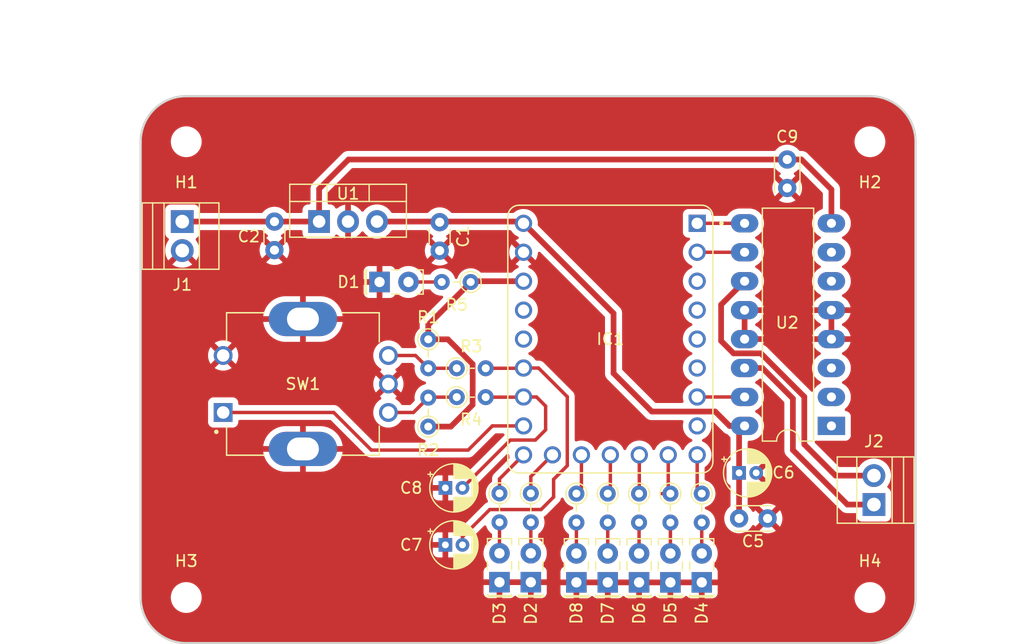
<source format=kicad_pcb>
(kicad_pcb (version 20240108) (generator "pcbnew") (generator_version "8.0")
  (layers (0 "F.Cu" signal) (31 "B.Cu" power) (34 "B.Paste" user) (35 "F.Paste" user) (36 "B.SilkS" user "B.Silkscreen") (37 "F.SilkS" user "F.Silkscreen") (38 "B.Mask" user) (39 "F.Mask" user) (44 "Edge.Cuts" user))
  (net 0 "")
  (net 1 "+5V")
  (net 2 "GND")
  (net 3 "+12V")
  (net 4 "LEFTpin")
  (net 5 "S1")
  (net 6 "S2")
  (net 7 "Apin")
  (net 8 "MpinPWM")
  (net 9 "S5")
  (net 10 "S4")
  (net 12 "MpinA")
  (net 13 "SW")
  (net 14 "S3")
  (net 15 "RIGHTpin")
  (net 17 "MpinB")
  (net 18 "Bpin")
  (net 19 "+3.3V")
  (net 21 "Net-(J2-Pin_1)")
  (net 22 "Net-(J2-Pin_2)")
  (net 23 "Net-(D1-A)")
  (net 24 "Net-(R1-Pad2)")
  (net 25 "Net-(R2-Pad2)")
  (net 26 "Net-(D2-A)")
  (net 27 "Net-(D3-A)")
  (net 28 "Net-(D4-A)")
  (net 29 "Net-(D5-A)")
  (net 30 "Net-(D6-A)")
  (net 31 "Net-(D7-A)")
  (net 32 "Net-(D8-A)")
  (footprint "Package_TO_SOT_THT:TO-220-3_Vertical" (layer "F.Cu") (at 131.92 79.945)
    (property "Reference" "U1" (at 2.54 -2.445 0) (layer "F.SilkS"))
    (property "Value" "LM7805_TO220")
    (pad "1" thru_hole rect (at 0 0) (size 1.905 2) (drill 1.1) (layers "*.Cu" "*.Mask") (net 3 "+12V"))
    (pad "2" thru_hole oval (at 2.54 0) (size 1.905 2) (drill 1.1) (layers "*.Cu" "*.Mask") (net 2 "GND"))
    (pad "3" thru_hole oval (at 5.08 0) (size 1.905 2) (drill 1.1) (layers "*.Cu" "*.Mask") (net 1 "+5V"))
  )
  (footprint "Resistor_THT:R_Axial_DIN0204_L3.6mm_D1.6mm_P2.54mm_Vertical" (layer "F.Cu") (at 165.5 103.82 -90)
    (property "Reference" "R8" (hide yes))
    (property "Value" "1K")
    (pad "1" thru_hole circle (at 0 0 270) (size 1.4 1.4) (drill 0.7) (layers "*.Cu" "*.Mask") (net 5 "S1"))
    (pad "2" thru_hole oval (at 2.54 0 270) (size 1.4 1.4) (drill 0.7) (layers "*.Cu" "*.Mask") (net 28 "Net-(D4-A)"))
  )
  (footprint "Resistor_THT:R_Axial_DIN0204_L3.6mm_D1.6mm_P2.54mm_Vertical" (layer "F.Cu") (at 141.5 90.28 -90)
    (property "Reference" "R1" (at -1.94 0 180) (layer "F.SilkS"))
    (property "Value" "10K")
    (pad "1" thru_hole circle (at 0 0 270) (size 1.4 1.4) (drill 0.7) (layers "*.Cu" "*.Mask") (net 19 "+3.3V"))
    (pad "2" thru_hole oval (at 2.54 0 270) (size 1.4 1.4) (drill 0.7) (layers "*.Cu" "*.Mask") (net 24 "Net-(R1-Pad2)"))
  )
  (footprint "Resistor_THT:R_Axial_DIN0204_L3.6mm_D1.6mm_P2.54mm_Vertical" (layer "F.Cu") (at 144 95.355)
    (property "Reference" "R4" (at 1.27 1.965 0) (layer "F.SilkS"))
    (property "Value" "10K")
    (pad "1" thru_hole circle (at 0 0) (size 1.4 1.4) (drill 0.7) (layers "*.Cu" "*.Mask") (net 25 "Net-(R2-Pad2)"))
    (pad "2" thru_hole oval (at 2.54 0) (size 1.4 1.4) (drill 0.7) (layers "*.Cu" "*.Mask") (net 7 "Apin"))
  )
  (footprint "Resistor_THT:R_Axial_DIN0204_L3.6mm_D1.6mm_P2.54mm_Vertical" (layer "F.Cu") (at 147.75 103.8 -90)
    (property "Reference" "R7" (hide yes))
    (property "Value" "1K")
    (pad "1" thru_hole circle (at 0 0 270) (size 1.4 1.4) (drill 0.7) (layers "*.Cu" "*.Mask") (net 15 "RIGHTpin"))
    (pad "2" thru_hole oval (at 2.54 0 270) (size 1.4 1.4) (drill 0.7) (layers "*.Cu" "*.Mask") (net 27 "Net-(D3-A)"))
  )
  (footprint "MountingHole:MountingHole_2.2mm_M2" (layer "F.Cu") (at 120.26 72.94)
    (property "Reference" "H1" (at 0 3.56 0) (layer "F.SilkS"))
    (property "Value" "MountingHole")
    (pad "" np_thru_hole circle (at 0 0) (size 2.2 2.2) (drill 2.2) (layers "*.Cu" "*.Mask"))
  )
  (footprint "Resistor_THT:R_Axial_DIN0204_L3.6mm_D1.6mm_P2.54mm_Vertical" (layer "F.Cu") (at 145.22 85.25 180)
    (property "Reference" "R5" (at 1.22 -2 0) (layer "F.SilkS"))
    (property "Value" "1K")
    (pad "1" thru_hole circle (at 0 0 180) (size 1.4 1.4) (drill 0.7) (layers "*.Cu" "*.Mask") (net 19 "+3.3V"))
    (pad "2" thru_hole oval (at 2.54 0 180) (size 1.4 1.4) (drill 0.7) (layers "*.Cu" "*.Mask") (net 23 "Net-(D1-A)"))
  )
  (footprint "LED_THT:LED_Rectangular_W5.0mm_H2.0mm" (layer "F.Cu") (at 157.25 111.61 90)
    (property "Reference" "D7" (at -2.725 0 90) (layer "F.SilkS"))
    (property "Value" "S4")
    (pad "1" thru_hole rect (at 0 0 90) (size 1.8 1.8) (drill 0.9) (layers "*.Cu" "*.Mask") (net 2 "GND"))
    (pad "2" thru_hole circle (at 2.54 0 90) (size 1.8 1.8) (drill 0.9) (layers "*.Cu" "*.Mask") (net 31 "Net-(D7-A)"))
  )
  (footprint "Capacitor_THT:C_Disc_D3.0mm_W2.0mm_P2.50mm" (layer "F.Cu") (at 173 74.5 -90)
    (property "Reference" "C9" (at -2 0 0) (layer "F.SilkS"))
    (property "Value" "100uf/25V")
    (pad "1" thru_hole circle (at 0 0 270) (size 1.6 1.6) (drill 0.8) (layers "*.Cu" "*.Mask") (net 3 "+12V"))
    (pad "2" thru_hole circle (at 2.5 0 270) (size 1.6 1.6) (drill 0.8) (layers "*.Cu" "*.Mask") (net 2 "GND"))
  )
  (footprint "MountingHole:MountingHole_2.2mm_M2" (layer "F.Cu") (at 120.26 112.94)
    (property "Reference" "H3" (at 0 -3.2 0) (layer "F.SilkS"))
    (property "Value" "MountingHole")
    (pad "" np_thru_hole circle (at 0 0) (size 2.2 2.2) (drill 2.2) (layers "*.Cu" "*.Mask"))
  )
  (footprint "LED_THT:LED_Rectangular_W5.0mm_H2.0mm" (layer "F.Cu") (at 162.75 111.61 90)
    (property "Reference" "D5" (at -2.71 0 90) (layer "F.SilkS"))
    (property "Value" "S2")
    (pad "1" thru_hole rect (at 0 0 90) (size 1.8 1.8) (drill 0.9) (layers "*.Cu" "*.Mask") (net 2 "GND"))
    (pad "2" thru_hole circle (at 2.54 0 90) (size 1.8 1.8) (drill 0.9) (layers "*.Cu" "*.Mask") (net 29 "Net-(D5-A)"))
  )
  (footprint "MountingHole:MountingHole_2.2mm_M2" (layer "F.Cu") (at 180.26 112.94)
    (property "Reference" "H4" (at 0 -3.2 0) (layer "F.SilkS"))
    (property "Value" "MountingHole")
    (pad "" np_thru_hole circle (at 0 0) (size 2.2 2.2) (drill 2.2) (layers "*.Cu" "*.Mask"))
  )
  (footprint "LED_THT:LED_Rectangular_W5.0mm_H2.0mm" (layer "F.Cu") (at 160 111.61 90)
    (property "Reference" "D6" (at -2.71 0 90) (layer "F.SilkS"))
    (property "Value" "S3")
    (pad "1" thru_hole rect (at 0 0 90) (size 1.8 1.8) (drill 0.9) (layers "*.Cu" "*.Mask") (net 2 "GND"))
    (pad "2" thru_hole circle (at 2.54 0 90) (size 1.8 1.8) (drill 0.9) (layers "*.Cu" "*.Mask") (net 30 "Net-(D6-A)"))
  )
  (footprint "Capacitor_THT:C_Disc_D3.0mm_W1.6mm_P2.50mm" (layer "F.Cu") (at 128 79.95 -90)
    (property "Reference" "C2" (at 1.3 2.25 180) (layer "F.SilkS"))
    (property "Value" "100uf/16V")
    (pad "1" thru_hole circle (at 0 0 270) (size 1.6 1.6) (drill 0.8) (layers "*.Cu" "*.Mask") (net 3 "+12V"))
    (pad "2" thru_hole circle (at 2.5 0 270) (size 1.6 1.6) (drill 0.8) (layers "*.Cu" "*.Mask") (net 2 "GND"))
  )
  (footprint "Capacitor_THT:C_Disc_D3.0mm_W1.6mm_P2.50mm" (layer "F.Cu") (at 142.5 80 -90)
    (property "Reference" "C1" (at 1.25 -2.05 -90) (layer "F.SilkS"))
    (property "Value" "100uf/16V")
    (pad "1" thru_hole circle (at 0 0 270) (size 1.6 1.6) (drill 0.8) (layers "*.Cu" "*.Mask") (net 1 "+5V"))
    (pad "2" thru_hole circle (at 2.5 0 270) (size 1.6 1.6) (drill 0.8) (layers "*.Cu" "*.Mask") (net 2 "GND"))
  )
  (footprint "LED_THT:LED_Rectangular_W5.0mm_H2.0mm" (layer "F.Cu") (at 150.5 111.595 90)
    (property "Reference" "D2" (at -2.75 0 90) (layer "F.SilkS"))
    (property "Value" "LEFT")
    (pad "1" thru_hole rect (at 0 0 90) (size 1.8 1.8) (drill 0.9) (layers "*.Cu" "*.Mask") (net 2 "GND"))
    (pad "2" thru_hole circle (at 2.54 0 90) (size 1.8 1.8) (drill 0.9) (layers "*.Cu" "*.Mask") (net 26 "Net-(D2-A)"))
  )
  (footprint "Resistor_THT:R_Axial_DIN0204_L3.6mm_D1.6mm_P2.54mm_Vertical" (layer "F.Cu") (at 141.5 97.94 90)
    (property "Reference" "R2" (at -2.06 0 0) (layer "F.SilkS"))
    (property "Value" "10K")
    (pad "1" thru_hole circle (at 0 0 90) (size 1.4 1.4) (drill 0.7) (layers "*.Cu" "*.Mask") (net 19 "+3.3V"))
    (pad "2" thru_hole oval (at 2.54 0 90) (size 1.4 1.4) (drill 0.7) (layers "*.Cu" "*.Mask") (net 25 "Net-(R2-Pad2)"))
  )
  (footprint "LED_THT:LED_Rectangular_W5.0mm_H2.0mm" (layer "F.Cu") (at 137.225 85.25)
    (property "Reference" "D1" (at -2.725 0 0) (layer "F.SilkS"))
    (property "Value" "PWR")
    (pad "1" thru_hole rect (at 0 0) (size 1.8 1.8) (drill 0.9) (layers "*.Cu" "*.Mask") (net 2 "GND"))
    (pad "2" thru_hole circle (at 2.54 0) (size 1.8 1.8) (drill 0.9) (layers "*.Cu" "*.Mask") (net 23 "Net-(D1-A)"))
  )
  (footprint "Capacitor_THT:CP_Radial_D4.0mm_P1.50mm" (layer "F.Cu") (at 143 103.32)
    (property "Reference" "C8" (at -3 0 0) (layer "F.SilkS"))
    (property "Value" "0.1uf")
    (pad "1" thru_hole rect (at 0 0) (size 1.2 1.2) (drill 0.6) (layers "*.Cu" "*.Mask") (net 2 "GND"))
    (pad "2" thru_hole circle (at 1.5 0) (size 1.2 1.2) (drill 0.6) (layers "*.Cu" "*.Mask") (net 7 "Apin"))
  )
  (footprint "Package_DIP:DIP-16_W7.62mm_LongPads" (layer "F.Cu") (at 176.88 97.88 180)
    (property "Reference" "U2" (at 3.88 9.06 0) (layer "F.SilkS"))
    (property "Value" "L293D")
    (pad "1" thru_hole rect (at 0 0 180) (size 2.4 1.6) (drill 0.8) (layers "*.Cu" "*.Mask"))
    (pad "2" thru_hole oval (at 0 2.54 180) (size 2.4 1.6) (drill 0.8) (layers "*.Cu" "*.Mask"))
    (pad "3" thru_hole oval (at 0 5.08 180) (size 2.4 1.6) (drill 0.8) (layers "*.Cu" "*.Mask"))
    (pad "4" thru_hole oval (at 0 7.62 180) (size 2.4 1.6) (drill 0.8) (layers "*.Cu" "*.Mask") (net 2 "GND"))
    (pad "5" thru_hole oval (at 0 10.16 180) (size 2.4 1.6) (drill 0.8) (layers "*.Cu" "*.Mask") (net 2 "GND"))
    (pad "6" thru_hole oval (at 0 12.7 180) (size 2.4 1.6) (drill 0.8) (layers "*.Cu" "*.Mask"))
    (pad "7" thru_hole oval (at 0 15.24 180) (size 2.4 1.6) (drill 0.8) (layers "*.Cu" "*.Mask"))
    (pad "8" thru_hole oval (at 0 17.78 180) (size 2.4 1.6) (drill 0.8) (layers "*.Cu" "*.Mask") (net 3 "+12V"))
    (pad "9" thru_hole oval (at 7.62 17.78 180) (size 2.4 1.6) (drill 0.8) (layers "*.Cu" "*.Mask") (net 8 "MpinPWM"))
    (pad "10" thru_hole oval (at 7.62 15.24 180) (size 2.4 1.6) (drill 0.8) (layers "*.Cu" "*.Mask") (net 12 "MpinA"))
    (pad "11" thru_hole oval (at 7.62 12.7 180) (size 2.4 1.6) (drill 0.8) (layers "*.Cu" "*.Mask") (net 22 "Net-(J2-Pin_2)"))
    (pad "12" thru_hole oval (at 7.62 10.16 180) (size 2.4 1.6) (drill 0.8) (layers "*.Cu" "*.Mask") (net 2 "GND"))
    (pad "13" thru_hole oval (at 7.62 7.62 180) (size 2.4 1.6) (drill 0.8) (layers "*.Cu" "*.Mask") (net 2 "GND"))
    (pad "14" thru_hole oval (at 7.62 5.08 180) (size 2.4 1.6) (drill 0.8) (layers "*.Cu" "*.Mask") (net 21 "Net-(J2-Pin_1)"))
    (pad "15" thru_hole oval (at 7.62 2.54 180) (size 2.4 1.6) (drill 0.8) (layers "*.Cu" "*.Mask") (net 17 "MpinB"))
    (pad "16" thru_hole oval (at 7.62 0 180) (size 2.4 1.6) (drill 0.8) (layers "*.Cu" "*.Mask") (net 1 "+5V"))
  )
  (footprint "Resistor_THT:R_Axial_DIN0204_L3.6mm_D1.6mm_P2.54mm_Vertical" (layer "F.Cu") (at 144 92.82)
    (property "Reference" "R3" (at 1.27 -1.92 0) (layer "F.SilkS"))
    (property "Value" "10K")
    (pad "1" thru_hole circle (at 0 0) (size 1.4 1.4) (drill 0.7) (layers "*.Cu" "*.Mask") (net 24 "Net-(R1-Pad2)"))
    (pad "2" thru_hole oval (at 2.54 0) (size 1.4 1.4) (drill 0.7) (layers "*.Cu" "*.Mask") (net 18 "Bpin"))
  )
  (footprint "PEC11R-4215F-S0024:XDCR_PEC11R-4215F-S0024" (layer "F.Cu") (at 130.5 94.2 90)
    (property "Reference" "SW1" (at 0 0 0) (layer "F.SilkS"))
    (property "Value" "~")
    (pad "A" thru_hole circle (at -2.5 7.5 90) (size 1.65 1.65) (drill 1.1) (layers "*.Cu" "*.Mask") (net 25 "Net-(R2-Pad2)"))
    (pad "B" thru_hole circle (at 2.5 7.5 90) (size 1.65 1.65) (drill 1.1) (layers "*.Cu" "*.Mask") (net 24 "Net-(R1-Pad2)"))
    (pad "C" thru_hole circle (at 0 7.5 90) (size 1.65 1.65) (drill 1.1) (layers "*.Cu" "*.Mask") (net 2 "GND"))
    (pad "S1" thru_hole rect (at -2.5 -7 90) (size 1.65 1.65) (drill 1.1) (layers "*.Cu" "*.Mask") (net 13 "SW"))
    (pad "S2" thru_hole circle (at 2.5 -7 90) (size 1.65 1.65) (drill 1.1) (layers "*.Cu" "*.Mask") (net 2 "GND"))
    (pad "SHIELD" thru_hole oval (at -5.7 0 90) (size 3 6) (drill oval 2 2.8) (layers "*.Cu" "*.Mask") (net 2 "GND"))
    (pad "SHIELD" thru_hole oval (at 5.7 0 90) (size 3 6) (drill oval 2 2.8) (layers "*.Cu" "*.Mask") (net 2 "GND"))
  )
  (footprint "Resistor_THT:R_Axial_DIN0204_L3.6mm_D1.6mm_P2.54mm_Vertical" (layer "F.Cu") (at 157.25 103.82 -90)
    (property "Reference" "R11" (hide yes))
    (property "Value" "1K")
    (pad "1" thru_hole circle (at 0 0 270) (size 1.4 1.4) (drill 0.7) (layers "*.Cu" "*.Mask") (net 10 "S4"))
    (pad "2" thru_hole oval (at 2.54 0 270) (size 1.4 1.4) (drill 0.7) (layers "*.Cu" "*.Mask") (net 31 "Net-(D7-A)"))
  )
  (footprint "MountingHole:MountingHole_2.2mm_M2" (layer "F.Cu") (at 180.26 72.94)
    (property "Reference" "H2" (at 0 3.56 0) (layer "F.SilkS"))
    (property "Value" "MountingHole")
    (pad "" np_thru_hole circle (at 0 0) (size 2.2 2.2) (drill 2.2) (layers "*.Cu" "*.Mask"))
  )
  (footprint "Capacitor_THT:CP_Radial_D4.0mm_P1.50mm" (layer "F.Cu") (at 168.777401 102)
    (property "Reference" "C6" (at 3.9 -0.022599 0) (layer "F.SilkS"))
    (property "Value" "100nf")
    (pad "1" thru_hole rect (at 0 0) (size 1.2 1.2) (drill 0.6) (layers "*.Cu" "*.Mask") (net 1 "+5V"))
    (pad "2" thru_hole circle (at 1.5 0) (size 1.2 1.2) (drill 0.6) (layers "*.Cu" "*.Mask") (net 2 "GND"))
  )
  (footprint "Capacitor_THT:C_Disc_D3.0mm_W2.0mm_P2.50mm" (layer "F.Cu") (at 168.777401 106)
    (property "Reference" "C5" (at 1.222599 2 0) (layer "F.SilkS"))
    (property "Value" "100uf/16V")
    (pad "1" thru_hole circle (at 0 0) (size 1.6 1.6) (drill 0.8) (layers "*.Cu" "*.Mask") (net 1 "+5V"))
    (pad "2" thru_hole circle (at 2.5 0) (size 1.6 1.6) (drill 0.8) (layers "*.Cu" "*.Mask") (net 2 "GND"))
  )
  (footprint "Resistor_THT:R_Axial_DIN0204_L3.6mm_D1.6mm_P2.54mm_Vertical" (layer "F.Cu") (at 162.75 103.82 -90)
    (property "Reference" "R9" (hide yes))
    (property "Value" "1K")
    (pad "1" thru_hole circle (at 0 0 270) (size 1.4 1.4) (drill 0.7) (layers "*.Cu" "*.Mask") (net 6 "S2"))
    (pad "2" thru_hole oval (at 2.54 0 270) (size 1.4 1.4) (drill 0.7) (layers "*.Cu" "*.Mask") (net 29 "Net-(D5-A)"))
  )
  (footprint "LED_THT:LED_Rectangular_W5.0mm_H2.0mm" (layer "F.Cu") (at 147.75 111.595 90)
    (property "Reference" "D3" (at -2.75 0 90) (layer "F.SilkS"))
    (property "Value" "RIGHT")
    (pad "1" thru_hole rect (at 0 0 90) (size 1.8 1.8) (drill 0.9) (layers "*.Cu" "*.Mask") (net 2 "GND"))
    (pad "2" thru_hole circle (at 2.54 0 90) (size 1.8 1.8) (drill 0.9) (layers "*.Cu" "*.Mask") (net 27 "Net-(D3-A)"))
  )
  (footprint "Resistor_THT:R_Axial_DIN0204_L3.6mm_D1.6mm_P2.54mm_Vertical" (layer "F.Cu") (at 150.5 103.8 -90)
    (property "Reference" "R6" (hide yes))
    (property "Value" "1K")
    (pad "1" thru_hole circle (at 0 0 270) (size 1.4 1.4) (drill 0.7) (layers "*.Cu" "*.Mask") (net 4 "LEFTpin"))
    (pad "2" thru_hole oval (at 2.54 0 270) (size 1.4 1.4) (drill 0.7) (layers "*.Cu" "*.Mask") (net 26 "Net-(D2-A)"))
  )
  (footprint "TerminalBlock:TerminalBlock_Xinya_XY308-2.54-2P_1x02_P2.54mm_Horizontal" (layer "F.Cu") (at 180.61 104.78 90)
    (property "Reference" "J2" (at 5.54 0 0) (layer "F.SilkS"))
    (property "Value" "01x02")
    (pad "1" thru_hole rect (at 0 0 90) (size 2 2) (drill 1.2) (layers "*.Cu" "*.Mask") (net 21 "Net-(J2-Pin_1)"))
    (pad "2" thru_hole circle (at 2.54 0 90) (size 2 2) (drill 1.2) (layers "*.Cu" "*.Mask") (net 22 "Net-(J2-Pin_2)"))
  )
  (footprint "Resistor_THT:R_Axial_DIN0204_L3.6mm_D1.6mm_P2.54mm_Vertical" (layer "F.Cu") (at 160 103.82 -90)
    (property "Reference" "R10" (hide yes))
    (property "Value" "1K")
    (pad "1" thru_hole circle (at 0 0 270) (size 1.4 1.4) (drill 0.7) (layers "*.Cu" "*.Mask") (net 14 "S3"))
    (pad "2" thru_hole oval (at 2.54 0 270) (size 1.4 1.4) (drill 0.7) (layers "*.Cu" "*.Mask") (net 30 "Net-(D6-A)"))
  )
  (footprint "Capacitor_THT:CP_Radial_D4.0mm_P1.50mm" (layer "F.Cu") (at 143 108.32)
    (property "Reference" "C7" (at -3 0 0) (layer "F.SilkS"))
    (property "Value" "0.1uf")
    (pad "1" thru_hole rect (at 0 0) (size 1.2 1.2) (drill 0.6) (layers "*.Cu" "*.Mask") (net 2 "GND"))
    (pad "2" thru_hole circle (at 1.5 0) (size 1.2 1.2) (drill 0.6) (layers "*.Cu" "*.Mask") (net 18 "Bpin"))
  )
  (footprint "LED_THT:LED_Rectangular_W5.0mm_H2.0mm" (layer "F.Cu") (at 165.5 111.61 90)
    (property "Reference" "D4" (at -2.71 0 90) (layer "F.SilkS"))
    (property "Value" "S1")
    (pad "1" thru_hole rect (at 0 0 90) (size 1.8 1.8) (drill 0.9) (layers "*.Cu" "*.Mask") (net 2 "GND"))
    (pad "2" thru_hole circle (at 2.54 0 90) (size 1.8 1.8) (drill 0.9) (layers "*.Cu" "*.Mask") (net 28 "Net-(D4-A)"))
  )
  (footprint "LED_THT:LED_Rectangular_W5.0mm_H2.0mm" (layer "F.Cu") (at 154.5 111.61 90)
    (property "Reference" "D8" (at -2.71 0 90) (layer "F.SilkS"))
    (property "Value" "S5")
    (pad "1" thru_hole rect (at 0 0 90) (size 1.8 1.8) (drill 0.9) (layers "*.Cu" "*.Mask") (net 2 "GND"))
    (pad "2" thru_hole circle (at 2.54 0 90) (size 1.8 1.8) (drill 0.9) (layers "*.Cu" "*.Mask") (net 32 "Net-(D8-A)"))
  )
  (footprint "TerminalBlock:TerminalBlock_Xinya_XY308-2.54-2P_1x02_P2.54mm_Horizontal" (layer "F.Cu") (at 119.91 79.95 -90)
    (property "Reference" "J1" (at 5.54 0 0) (layer "F.SilkS"))
    (property "Value" "01x02")
    (pad "1" thru_hole rect (at 0 0 270) (size 2 2) (drill 1.2) (layers "*.Cu" "*.Mask") (net 3 "+12V"))
    (pad "2" thru_hole circle (at 2.54 0 270) (size 2 2) (drill 1.2) (layers "*.Cu" "*.Mask") (net 2 "GND"))
  )
  (footprint "Resistor_THT:R_Axial_DIN0204_L3.6mm_D1.6mm_P2.54mm_Vertical" (layer "F.Cu") (at 154.5 103.82 -90)
    (property "Reference" "R12" (hide yes))
    (property "Value" "1K")
    (pad "1" thru_hole circle (at 0 0 270) (size 1.4 1.4) (drill 0.7) (layers "*.Cu" "*.Mask") (net 9 "S5"))
    (pad "2" thru_hole oval (at 2.54 0 270) (size 1.4 1.4) (drill 0.7) (layers "*.Cu" "*.Mask") (net 32 "Net-(D8-A)"))
  )
  (footprint "RP2040-ZERO:MODULE_RP2040-ZERO" (layer "F.Cu") (at 157.48 90.26)
    (property "Reference" "IC1" (at 0 0 0) (layer "F.SilkS"))
    (property "Value" "RP2040-ZERO")
    (pad "1" thru_hole rect (at 7.62 -10.16) (size 1.508 1.508) (drill 1) (layers "*.Cu" "*.Mask") (net 8 "MpinPWM"))
    (pad "2" thru_hole circle (at 7.62 -7.62) (size 1.508 1.508) (drill 1) (layers "*.Cu" "*.Mask") (net 12 "MpinA"))
    (pad "3" thru_hole circle (at 7.62 -5.08) (size 1.508 1.508) (drill 1) (layers "*.Cu" "*.Mask"))
    (pad "4" thru_hole circle (at 7.62 -2.54) (size 1.508 1.508) (drill 1) (layers "*.Cu" "*.Mask"))
    (pad "5" thru_hole circle (at 7.62 0) (size 1.508 1.508) (drill 1) (layers "*.Cu" "*.Mask"))
    (pad "6" thru_hole circle (at 7.62 2.54) (size 1.508 1.508) (drill 1) (layers "*.Cu" "*.Mask"))
    (pad "7" thru_hole circle (at 7.62 5.08) (size 1.508 1.508) (drill 1) (layers "*.Cu" "*.Mask") (net 17 "MpinB"))
    (pad "8" thru_hole circle (at 7.62 7.62) (size 1.508 1.508) (drill 1) (layers "*.Cu" "*.Mask"))
    (pad "9" thru_hole circle (at 7.62 10.16) (size 1.508 1.508) (drill 1) (layers "*.Cu" "*.Mask") (net 5 "S1"))
    (pad "10" thru_hole circle (at 5.08 10.16) (size 1.508 1.508) (drill 1) (layers "*.Cu" "*.Mask") (net 6 "S2"))
    (pad "11" thru_hole circle (at 2.54 10.16) (size 1.508 1.508) (drill 1) (layers "*.Cu" "*.Mask") (net 14 "S3"))
    (pad "12" thru_hole circle (at 0 10.16) (size 1.508 1.508) (drill 1) (layers "*.Cu" "*.Mask") (net 10 "S4"))
    (pad "13" thru_hole circle (at -2.54 10.16) (size 1.508 1.508) (drill 1) (layers "*.Cu" "*.Mask") (net 9 "S5"))
    (pad "14" thru_hole circle (at -5.08 10.16) (size 1.508 1.508) (drill 1) (layers "*.Cu" "*.Mask") (net 4 "LEFTpin"))
    (pad "15" thru_hole circle (at -7.62 10.16) (size 1.508 1.508) (drill 1) (layers "*.Cu" "*.Mask") (net 15 "RIGHTpin"))
    (pad "16" thru_hole circle (at -7.62 7.62) (size 1.508 1.508) (drill 1) (layers "*.Cu" "*.Mask") (net 13 "SW"))
    (pad "17" thru_hole circle (at -7.62 5.08) (size 1.508 1.508) (drill 1) (layers "*.Cu" "*.Mask") (net 7 "Apin"))
    (pad "18" thru_hole circle (at -7.62 2.54) (size 1.508 1.508) (drill 1) (layers "*.Cu" "*.Mask") (net 18 "Bpin"))
    (pad "19" thru_hole circle (at -7.62 0) (size 1.508 1.508) (drill 1) (layers "*.Cu" "*.Mask"))
    (pad "20" thru_hole circle (at -7.62 -2.54) (size 1.508 1.508) (drill 1) (layers "*.Cu" "*.Mask"))
    (pad "21" thru_hole circle (at -7.62 -5.08) (size 1.508 1.508) (drill 1) (layers "*.Cu" "*.Mask") (net 19 "+3.3V"))
    (pad "22" thru_hole circle (at -7.62 -7.62) (size 1.508 1.508) (drill 1) (layers "*.Cu" "*.Mask") (net 2 "GND"))
    (pad "23" thru_hole circle (at -7.62 -10.16) (size 1.508 1.508) (drill 1) (layers "*.Cu" "*.Mask") (net 1 "+5V"))
  )
  (gr_line (start 180.26 68.94) (end 120.26 68.94) (stroke (width 0.2)) (layer "Edge.Cuts"))
  (gr_arc (start 180.26 68.94) (mid 183.088427 70.111573) (end 184.26 72.94) (stroke (width 0.2)) (layer "Edge.Cuts"))
  (gr_line (start 184.26 72.94) (end 184.26 112.94) (stroke (width 0.2)) (layer "Edge.Cuts"))
  (gr_line (start 180.26 116.94) (end 120.26 116.94) (stroke (width 0.2)) (layer "Edge.Cuts"))
  (gr_arc (start 116.26 72.94) (mid 117.431573 70.111573) (end 120.26 68.94) (stroke (width 0.2)) (layer "Edge.Cuts"))
  (gr_arc (start 184.26 112.94) (mid 183.088427 115.768427) (end 180.26 116.94) (stroke (width 0.2)) (layer "Edge.Cuts"))
  (gr_line (start 116.26 72.94) (end 116.26 112.94) (stroke (width 0.2)) (layer "Edge.Cuts"))
  (gr_arc (start 120.26 116.94) (mid 117.431573 115.768427) (end 116.26 112.94) (stroke (width 0.2)) (layer "Edge.Cuts"))
  (segment (start 157.76 88) (end 149.86 80.1) (width 0.5) (layer "F.Cu") (net 1))
  (segment (start 157.76 93.26) (end 157.76 88) (width 0.5) (layer "F.Cu") (net 1))
  (segment (start 166.68 96.62) (end 161.12 96.62) (width 0.5) (layer "F.Cu") (net 1))
  (segment (start 169.26 97.88) (end 167.94 97.88) (width 0.5) (layer "F.Cu") (net 1))
  (segment (start 149.705 79.945) (end 149.86 80.1) (width 0.5) (layer "F.Cu") (net 1))
  (segment (start 137 79.945) (end 149.705 79.945) (width 0.5) (layer "F.Cu") (net 1))
  (segment (start 167.94 97.88) (end 166.68 96.62) (width 0.5) (layer "F.Cu") (net 1))
  (segment (start 168.777401 98.362599) (end 169.26 97.88) (width 0.5) (layer "F.Cu") (net 1))
  (segment (start 168.777401 106) (end 168.777401 98.362599) (width 0.5) (layer "F.Cu") (net 1))
  (segment (start 161.12 96.62) (end 157.76 93.26) (width 0.5) (layer "F.Cu") (net 1))
  (segment (start 131.92 79.945) (end 131.92 77.08) (width 0.5) (layer "F.Cu") (net 3))
  (segment (start 174.25 74.5) (end 176.88 77.13) (width 0.5) (layer "F.Cu") (net 3))
  (segment (start 131.92 77.08) (end 134.5 74.5) (width 0.5) (layer "F.Cu") (net 3))
  (segment (start 176.88 77.13) (end 176.88 80.1) (width 0.5) (layer "F.Cu") (net 3))
  (segment (start 134.5 74.5) (end 174.25 74.5) (width 0.5) (layer "F.Cu") (net 3))
  (segment (start 131.92 79.945) (end 119.915 79.945) (width 0.5) (layer "F.Cu") (net 3))
  (segment (start 119.915 79.945) (end 119.91 79.95) (width 0.5) (layer "F.Cu") (net 3))
  (segment (start 150.5 102.32) (end 152.4 100.42) (width 0.3) (layer "F.Cu") (net 4))
  (segment (start 150.5 103.8) (end 150.5 102.32) (width 0.3) (layer "F.Cu") (net 4))
  (segment (start 165.1 103.42) (end 165.5 103.82) (width 0.3) (layer "F.Cu") (net 5))
  (segment (start 165.1 100.42) (end 165.1 103.42) (width 0.3) (layer "F.Cu") (net 5))
  (segment (start 162.51 100.47) (end 162.56 100.42) (width 0.3) (layer "F.Cu") (net 6))
  (segment (start 162.56 103.63) (end 162.75 103.82) (width 0.3) (layer "F.Cu") (net 6))
  (segment (start 162.2 103.82) (end 162 103.82) (width 0.3) (layer "F.Cu") (net 6))
  (segment (start 162.56 100.42) (end 162.56 103.63) (width 0.3) (layer "F.Cu") (net 6))
  (segment (start 146.54 95.355) (end 149.845 95.355) (width 0.3) (layer "F.Cu") (net 7))
  (segment (start 150.9 99.12) (end 151.8 98.22) (width 0.3) (layer "F.Cu") (net 7))
  (segment (start 149.845 95.355) (end 149.86 95.34) (width 0.3) (layer "F.Cu") (net 7))
  (segment (start 151.8 96.14) (end 151 95.34) (width 0.3) (layer "F.Cu") (net 7))
  (segment (start 151.8 98.22) (end 151.8 96.14) (width 0.3) (layer "F.Cu") (net 7))
  (segment (start 148.7 99.12) (end 150.9 99.12) (width 0.3) (layer "F.Cu") (net 7))
  (segment (start 144.75 103.07) (end 148.7 99.12) (width 0.3) (layer "F.Cu") (net 7))
  (segment (start 151 95.34) (end 149.86 95.34) (width 0.3) (layer "F.Cu") (net 7))
  (segment (start 165.1 80.1) (end 169.26 80.1) (width 0.3) (layer "F.Cu") (net 8))
  (segment (start 154.94 103.38) (end 154.5 103.82) (width 0.3) (layer "F.Cu") (net 9))
  (segment (start 154.94 100.42) (end 154.94 103.38) (width 0.3) (layer "F.Cu") (net 9))
  (segment (start 157.48 103.59) (end 157.25 103.82) (width 0.3) (layer "F.Cu") (net 10))
  (segment (start 157.48 100.42) (end 157.48 103.59) (width 0.3) (layer "F.Cu") (net 10))
  (segment (start 165.1 82.64) (end 169.26 82.64) (width 0.3) (layer "F.Cu") (net 12))
  (segment (start 147.12 97.88) (end 149.86 97.88) (width 0.3) (layer "F.Cu") (net 13))
  (segment (start 123.5 96.7) (end 133.2 96.7) (width 0.3) (layer "F.Cu") (net 13))
  (segment (start 136.5 100) (end 145 100) (width 0.3) (layer "F.Cu") (net 13))
  (segment (start 133.2 96.7) (end 136.5 100) (width 0.3) (layer "F.Cu") (net 13))
  (segment (start 145 100) (end 147.12 97.88) (width 0.3) (layer "F.Cu") (net 13))
  (segment (start 160 100.44) (end 160.02 100.42) (width 0.3) (layer "F.Cu") (net 14))
  (segment (start 160.02 103.8) (end 160 103.82) (width 0.3) (layer "F.Cu") (net 14))
  (segment (start 160.02 100.42) (end 160.02 103.8) (width 0.3) (layer "F.Cu") (net 14))
  (segment (start 147.75 102.53) (end 147.75 103.8) (width 0.3) (layer "F.Cu") (net 15))
  (segment (start 149.86 100.42) (end 147.75 102.53) (width 0.3) (layer "F.Cu") (net 15))
  (segment (start 165.1 95.34) (end 169.26 95.34) (width 0.3) (layer "F.Cu") (net 17))
  (segment (start 152.5 102.57) (end 152.5 104.12) (width 0.3) (layer "F.Cu") (net 18))
  (segment (start 151.4 105.22) (end 146.894888 105.22) (width 0.3) (layer "F.Cu") (net 18))
  (segment (start 146.54 92.82) (end 149.84 92.82) (width 0.3) (layer "F.Cu") (net 18))
  (segment (start 149.86 92.8) (end 151.18 92.8) (width 0.3) (layer "F.Cu") (net 18))
  (segment (start 153.7 101.37) (end 152.5 102.57) (width 0.3) (layer "F.Cu") (net 18))
  (segment (start 153.7 95.32) (end 153.7 101.37) (width 0.3) (layer "F.Cu") (net 18))
  (segment (start 144.5 107.614888) (end 144.5 108.32) (width 0.3) (layer "F.Cu") (net 18))
  (segment (start 149.84 92.82) (end 149.86 92.8) (width 0.3) (layer "F.Cu") (net 18))
  (segment (start 146.894888 105.22) (end 144.5 107.614888) (width 0.3) (layer "F.Cu") (net 18))
  (segment (start 151.18 92.8) (end 153.7 95.32) (width 0.3) (layer "F.Cu") (net 18))
  (segment (start 152.5 104.12) (end 151.4 105.22) (width 0.3) (layer "F.Cu") (net 18))
  (segment (start 145.39 96.03) (end 143.48 97.94) (width 0.5) (layer "F.Cu") (net 19))
  (segment (start 145.32 85.18) (end 141.5 89) (width 0.5) (layer "F.Cu") (net 19))
  (segment (start 141.5 89) (end 141.5 90.28) (width 0.5) (layer "F.Cu") (net 19))
  (segment (start 145.39 94.878654) (end 145.39 96.03) (width 0.5) (layer "F.Cu") (net 19))
  (segment (start 145.39 92.45) (end 145.39 93.296346) (width 0.5) (layer "F.Cu") (net 19))
  (segment (start 143.22 90.28) (end 141.5 90.28) (width 0.5) (layer "F.Cu") (net 19))
  (segment (start 145.39 93.296346) (end 145.4 93.306346) (width 0.5) (layer "F.Cu") (net 19))
  (segment (start 143.48 97.94) (end 141.5 97.94) (width 0.5) (layer "F.Cu") (net 19))
  (segment (start 143.22 90.28) (end 145.39 92.45) (width 0.5) (layer "F.Cu") (net 19))
  (segment (start 145.4 93.306346) (end 145.4 94.868654) (width 0.5) (layer "F.Cu") (net 19))
  (segment (start 149.86 85.18) (end 145.32 85.18) (width 0.5) (layer "F.Cu") (net 19))
  (segment (start 145.4 94.868654) (end 145.39 94.878654) (width 0.5) (layer "F.Cu") (net 19))
  (segment (start 170.82 92.8) (end 169.26 92.8) (width 0.5) (layer "F.Cu") (net 21))
  (segment (start 173.5 100) (end 173.5 95.48) (width 0.5) (layer "F.Cu") (net 21))
  (segment (start 178.28 104.78) (end 173.5 100) (width 0.5) (layer "F.Cu") (net 21))
  (segment (start 180.61 104.78) (end 178.28 104.78) (width 0.5) (layer "F.Cu") (net 21))
  (segment (start 173.5 95.48) (end 170.82 92.8) (width 0.5) (layer "F.Cu") (net 21))
  (segment (start 174.5 95.32) (end 170.69 91.51) (width 0.5) (layer "F.Cu") (net 22))
  (segment (start 177.24 102.24) (end 174.5 99.5) (width 0.5) (layer "F.Cu") (net 22))
  (segment (start 168.29 91.51) (end 167.2 90.42) (width 0.5) (layer "F.Cu") (net 22))
  (segment (start 170.69 91.51) (end 168.29 91.51) (width 0.5) (layer "F.Cu") (net 22))
  (segment (start 167.2 87.24) (end 169.26 85.18) (width 0.5) (layer "F.Cu") (net 22))
  (segment (start 174.5 99.5) (end 174.5 95.32) (width 0.5) (layer "F.Cu") (net 22))
  (segment (start 180.61 102.24) (end 177.24 102.24) (width 0.5) (layer "F.Cu") (net 22))
  (segment (start 167.2 90.42) (end 167.2 87.24) (width 0.5) (layer "F.Cu") (net 22))
  (segment (start 142.68 85.25) (end 139.765 85.25) (width 0.3) (layer "F.Cu") (net 23))
  (segment (start 140.38 91.7) (end 141.5 92.82) (width 0.3) (layer "F.Cu") (net 24))
  (segment (start 141.5 92.82) (end 144 92.82) (width 0.3) (layer "F.Cu") (net 24))
  (segment (start 138 91.7) (end 140.38 91.7) (width 0.3) (layer "F.Cu") (net 24))
  (segment (start 143.955 92.81) (end 143.96 92.805) (width 0.5) (layer "F.Cu") (net 24))
  (segment (start 141.5 95.4) (end 140.2 96.7) (width 0.3) (layer "F.Cu") (net 25))
  (segment (start 141.1 95.4) (end 141.5 95.4) (width 0.3) (layer "F.Cu") (net 25))
  (segment (start 144 95.355) (end 141.545 95.355) (width 0.3) (layer "F.Cu") (net 25))
  (segment (start 141.545 95.355) (end 141.5 95.4) (width 0.3) (layer "F.Cu") (net 25))
  (segment (start 140.2 96.7) (end 138 96.7) (width 0.3) (layer "F.Cu") (net 25))
  (segment (start 150.5 106.34) (end 150.5 109.055) (width 0.3) (layer "F.Cu") (net 26))
  (segment (start 147.75 106.34) (end 147.75 109.055) (width 0.3) (layer "F.Cu") (net 27))
  (segment (start 165.5 106.36) (end 165.5 109.07) (width 0.3) (layer "F.Cu") (net 28))
  (segment (start 162.75 106.36) (end 162.75 109.07) (width 0.3) (layer "F.Cu") (net 29))
  (segment (start 160 106.36) (end 160 109.07) (width 0.3) (layer "F.Cu") (net 30))
  (segment (start 157.25 106.36) (end 157.25 109.07) (width 0.3) (layer "F.Cu") (net 31))
  (segment (start 154.5 106.36) (end 154.5 109.07) (width 0.3) (layer "F.Cu") (net 32))
  (zone (net 2) (net_name "GND") (layer "F.Cu") (connect_pads (clearance 0.5)) (min_thickness 0.254) (fill yes (thermal_gap 0.5) (thermal_bridge_width 0.5))
    (polygon (pts (xy 116.26 68.94) (xy 184.26 68.94) (xy 184.26 116.94) (xy 116.26 116.94)))
  )
)
</source>
